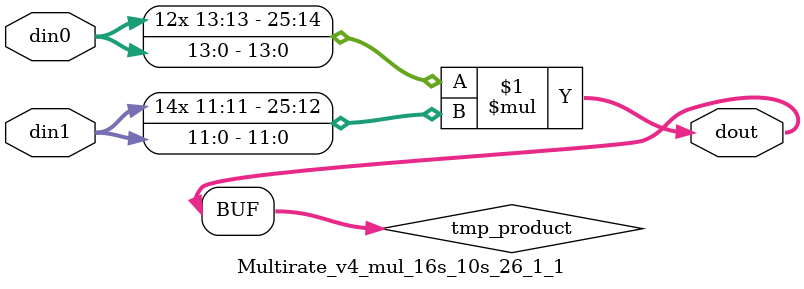
<source format=v>

`timescale 1 ns / 1 ps

 module Multirate_v4_mul_16s_10s_26_1_1(din0, din1, dout);
parameter ID = 1;
parameter NUM_STAGE = 0;
parameter din0_WIDTH = 14;
parameter din1_WIDTH = 12;
parameter dout_WIDTH = 26;

input [din0_WIDTH - 1 : 0] din0; 
input [din1_WIDTH - 1 : 0] din1; 
output [dout_WIDTH - 1 : 0] dout;

wire signed [dout_WIDTH - 1 : 0] tmp_product;



























assign tmp_product = $signed(din0) * $signed(din1);








assign dout = tmp_product;





















endmodule

</source>
